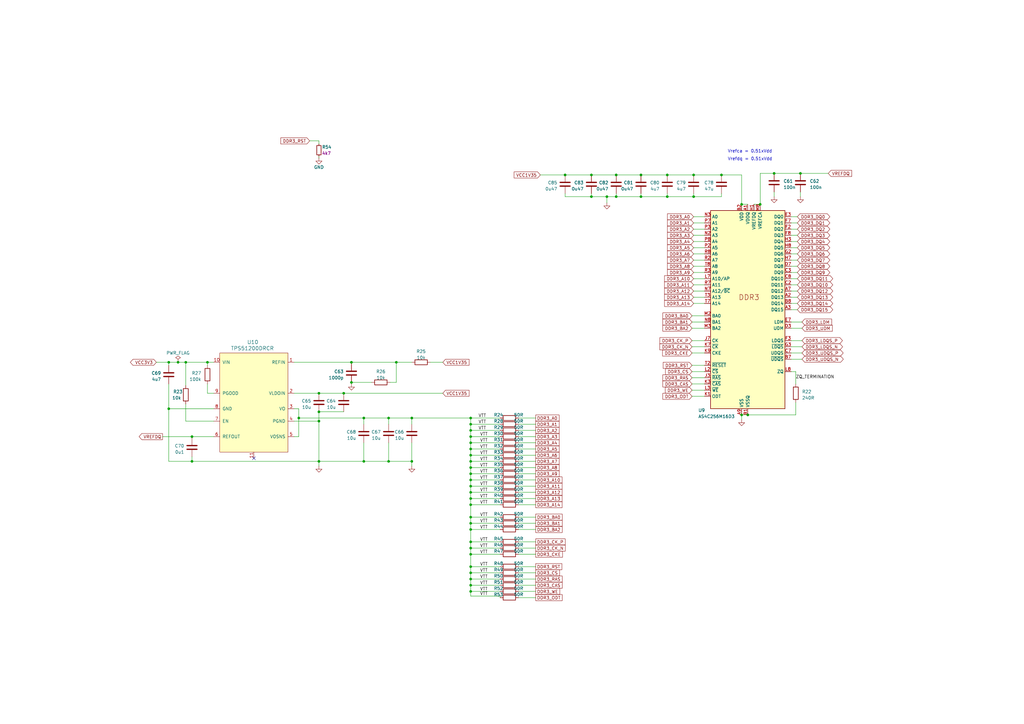
<source format=kicad_sch>
(kicad_sch (version 20230121) (generator eeschema)
  (paper "A3")
  (lib_symbols
    (symbol "Device:C" (pin_numbers hide) (pin_names (offset 0.254))
      (property "Reference" "C" (at 0.635 2.54 0))
      (property "Value" "C" (at 0.635 -2.54 0))
      (symbol "C_0_1"
        (polyline (pts (xy -2.032 -0.762) (xy 2.032 -0.762)) (stroke (width 0.508)))
        (polyline (pts (xy -2.032 0.762) (xy 2.032 0.762)) (stroke (width 0.508)))
      )
      (symbol "C_1_1"
        (pin passive line (at 0 3.81 270) (length 2.794) (name "~") (number "1"))
        (pin passive line (at 0 -3.81 90) (length 2.794) (name "~") (number "2"))
      )
    )
    (symbol "Device:R" (pin_numbers hide) (pin_names (offset 0))
      (property "Reference" "R" (at 2.032 0 90))
      (property "Value" "R" (at 0 0 90))
      (symbol "R_0_1"
        (rectangle (start -1.016 -2.54) (end 1.016 2.54) (stroke (width 0.254)))
      )
      (symbol "R_1_1"
        (pin passive line (at 0 3.81 270) (length 1.27) (name "~") (number "1"))
        (pin passive line (at 0 -3.81 90) (length 1.27) (name "~") (number "2"))
      )
    )
    (symbol "Memory_RAM:AS4C256M16D3"
      (property "Reference" "U" (at -13.97 41.91 0))
      (property "Value" "AS4C256M16D3" (at 13.97 41.91 0))
      (symbol "AS4C256M16D3_0_1"
        (rectangle (start -15.24 -40.64) (end 15.24 40.64) (stroke (width 0.254)) (fill (type background)))
        (pin power_in line (at 0 43.18 270) (length 2.54) (name "VDDQ") (number "A1"))
        (pin passive line (at 0 43.18 270) (length 2.54) hide (name "VDDQ") (number "A8"))
        (pin power_in line (at -2.54 -43.18 90) (length 2.54) (name "VSS") (number "A9"))
        (pin power_in line (at 0 -43.18 90) (length 2.54) (name "VSSQ") (number "B1"))
        (pin power_in line (at -2.54 43.18 270) (length 2.54) (name "VDD") (number "B2"))
        (pin passive line (at -2.54 -43.18 90) (length 2.54) hide (name "VSS") (number "B3"))
        (pin passive line (at 0 -43.18 90) (length 2.54) hide (name "VSSQ") (number "B9"))
        (pin passive line (at 0 43.18 270) (length 2.54) hide (name "VDDQ") (number "C1"))
        (pin passive line (at 0 43.18 270) (length 2.54) hide (name "VDDQ") (number "C9"))
        (pin passive line (at 0 -43.18 90) (length 2.54) hide (name "VSSQ") (number "D1"))
        (pin passive line (at 0 43.18 270) (length 2.54) hide (name "VDDQ") (number "D2"))
        (pin passive line (at 0 -43.18 90) (length 2.54) hide (name "VSSQ") (number "D8"))
        (pin passive line (at -2.54 43.18 270) (length 2.54) hide (name "VDD") (number "D9"))
        (pin passive line (at -2.54 -43.18 90) (length 2.54) hide (name "VSS") (number "E1"))
        (pin passive line (at 0 -43.18 90) (length 2.54) hide (name "VSSQ") (number "E2"))
        (pin bidirectional line (at 17.78 38.1 180) (length 2.54) (name "DQ0") (number "E3"))
        (pin passive line (at 0 -43.18 90) (length 2.54) hide (name "VSSQ") (number "E8"))
        (pin passive line (at 0 43.18 270) (length 2.54) hide (name "VDDQ") (number "E9"))
        (pin passive line (at 0 43.18 270) (length 2.54) hide (name "VDDQ") (number "F1"))
        (pin bidirectional line (at 17.78 33.02 180) (length 2.54) (name "DQ2") (number "F2"))
        (pin bidirectional line (at 17.78 35.56 180) (length 2.54) (name "DQ1") (number "F7"))
        (pin bidirectional line (at 17.78 30.48 180) (length 2.54) (name "DQ3") (number "F8"))
        (pin passive line (at 0 -43.18 90) (length 2.54) hide (name "VSSQ") (number "F9"))
        (pin passive line (at 0 -43.18 90) (length 2.54) hide (name "VSSQ") (number "G1"))
        (pin bidirectional line (at 17.78 22.86 180) (length 2.54) (name "DQ6") (number "G2"))
        (pin passive line (at -2.54 43.18 270) (length 2.54) hide (name "VDD") (number "G7"))
        (pin passive line (at -2.54 -43.18 90) (length 2.54) hide (name "VSS") (number "G8"))
        (pin passive line (at 0 -43.18 90) (length 2.54) hide (name "VSSQ") (number "G9"))
        (pin power_in line (at 2.54 43.18 270) (length 2.54) (name "VREFDQ") (number "H1"))
        (pin passive line (at 0 43.18 270) (length 2.54) hide (name "VDDQ") (number "H2"))
        (pin bidirectional line (at 17.78 27.94 180) (length 2.54) (name "DQ4") (number "H3"))
        (pin bidirectional line (at 17.78 20.32 180) (length 2.54) (name "DQ7") (number "H7"))
        (pin bidirectional line (at 17.78 25.4 180) (length 2.54) (name "DQ5") (number "H8"))
        (pin passive line (at 0 43.18 270) (length 2.54) hide (name "VDDQ") (number "H9"))
        (pin passive line (at -2.54 -43.18 90) (length 2.54) hide (name "VSS") (number "J2"))
        (pin passive line (at -2.54 -43.18 90) (length 2.54) hide (name "VSS") (number "J8"))
        (pin passive line (at -2.54 43.18 270) (length 2.54) hide (name "VDD") (number "K2"))
        (pin passive line (at -2.54 43.18 270) (length 2.54) hide (name "VDD") (number "K8"))
        (pin input line (at -17.78 -25.4 0) (length 2.54) (name "~{CS}") (number "L2"))
        (pin input line (at -17.78 12.7 0) (length 2.54) (name "A10/AP") (number "L7"))
        (pin passive line (at -2.54 -43.18 90) (length 2.54) hide (name "VSS") (number "M1"))
        (pin passive line (at -2.54 -43.18 90) (length 2.54) hide (name "VSS") (number "M9"))
        (pin passive line (at -2.54 43.18 270) (length 2.54) hide (name "VDD") (number "N1"))
        (pin input line (at -17.78 30.48 0) (length 2.54) (name "A3") (number "N2"))
        (pin input line (at -17.78 38.1 0) (length 2.54) (name "A0") (number "N3"))
        (pin input line (at -17.78 7.62 0) (length 2.54) (name "A12/~{BC}") (number "N7"))
        (pin passive line (at -2.54 43.18 270) (length 2.54) hide (name "VDD") (number "N9"))
        (pin passive line (at -2.54 -43.18 90) (length 2.54) hide (name "VSS") (number "P1"))
        (pin input line (at -17.78 25.4 0) (length 2.54) (name "A5") (number "P2"))
        (pin input line (at -17.78 33.02 0) (length 2.54) (name "A2") (number "P3"))
        (pin input line (at -17.78 35.56 0) (length 2.54) (name "A1") (number "P7"))
        (pin input line (at -17.78 27.94 0) (length 2.54) (name "A4") (number "P8"))
        (pin passive line (at -2.54 -43.18 90) (length 2.54) hide (name "VSS") (number "P9"))
        (pin passive line (at -2.54 43.18 270) (length 2.54) hide (name "VDD") (number "R1"))
        (pin input line (at -17.78 20.32 0) (length 2.54) (name "A7") (number "R2"))
        (pin input line (at -17.78 15.24 0) (length 2.54) (name "A9") (number "R3"))
        (pin input line (at -17.78 10.16 0) (length 2.54) (name "A11") (number "R7"))
        (pin input line (at -17.78 22.86 0) (length 2.54) (name "A6") (number "R8"))
        (pin passive line (at -2.54 43.18 270) (length 2.54) hide (name "VDD") (number "R9"))
        (pin passive line (at -2.54 -43.18 90) (length 2.54) hide (name "VSS") (number "T1"))
        (pin input line (at -17.78 -22.86 0) (length 2.54) (name "~{RESET}") (number "T2"))
        (pin input line (at -17.78 5.08 0) (length 2.54) (name "A13") (number "T3"))
        (pin input line (at -17.78 2.54 0) (length 2.54) (name "A14") (number "T7"))
        (pin input line (at -17.78 17.78 0) (length 2.54) (name "A8") (number "T8"))
        (pin passive line (at -2.54 -43.18 90) (length 2.54) hide (name "VSS") (number "T9"))
      )
      (symbol "AS4C256M16D3_1_1"
        (text "DDR3" (at -3.81 3.81 0) (effects (font (size 2.1336 2.1336)) (justify left bottom)))
        (pin bidirectional line (at 17.78 5.08 180) (length 2.54) (name "DQ13") (number "A2"))
        (pin bidirectional line (at 17.78 0 180) (length 2.54) (name "DQ15") (number "A3"))
        (pin bidirectional line (at 17.78 7.62 180) (length 2.54) (name "DQ12") (number "A7"))
        (pin bidirectional line (at 17.78 -20.32 180) (length 2.54) (name "~{UDQS}") (number "B7"))
        (pin bidirectional line (at 17.78 2.54 180) (length 2.54) (name "DQ14") (number "B8"))
        (pin bidirectional line (at 17.78 10.16 180) (length 2.54) (name "DQ11") (number "C2"))
        (pin bidirectional line (at 17.78 15.24 180) (length 2.54) (name "DQ9") (number "C3"))
        (pin bidirectional line (at 17.78 -17.78 180) (length 2.54) (name "UDQS") (number "C7"))
        (pin bidirectional line (at 17.78 12.7 180) (length 2.54) (name "DQ10") (number "C8"))
        (pin input line (at 17.78 -7.62 180) (length 2.54) (name "UDM") (number "D3"))
        (pin bidirectional line (at 17.78 17.78 180) (length 2.54) (name "DQ8") (number "D7"))
        (pin input line (at 17.78 -5.08 180) (length 2.54) (name "LDM") (number "E7"))
        (pin bidirectional line (at 17.78 -12.7 180) (length 2.54) (name "LDQS") (number "F3"))
        (pin bidirectional line (at 17.78 -15.24 180) (length 2.54) (name "~{LDQS}") (number "G3"))
        (pin no_connect line (at 15.24 -27.94 180) (length 2.54) hide (name "NC") (number "J1"))
        (pin input line (at -17.78 -27.94 0) (length 2.54) (name "~{RAS}") (number "J3"))
        (pin input line (at -17.78 -12.7 0) (length 2.54) (name "CK") (number "J7"))
        (pin no_connect line (at 15.24 -30.48 180) (length 2.54) hide (name "NC") (number "J9"))
        (pin input line (at -17.78 -35.56 0) (length 2.54) (name "ODT") (number "K1"))
        (pin input line (at -17.78 -30.48 0) (length 2.54) (name "~{CAS}") (number "K3"))
        (pin input line (at -17.78 -15.24 0) (length 2.54) (name "~{CK}") (number "K7"))
        (pin input line (at -17.78 -17.78 0) (length 2.54) (name "CKE") (number "K9"))
        (pin no_connect line (at 15.24 -33.02 180) (length 2.54) hide (name "NC") (number "L1"))
        (pin input line (at -17.78 -33.02 0) (length 2.54) (name "~{WE}") (number "L3"))
        (pin input line (at 17.78 -25.4 180) (length 2.54) (name "ZQ") (number "L8"))
        (pin no_connect line (at 15.24 -35.56 180) (length 2.54) hide (name "NC") (number "L9"))
        (pin input line (at -17.78 -2.54 0) (length 2.54) (name "BA0") (number "M2"))
        (pin input line (at -17.78 -7.62 0) (length 2.54) (name "BA2") (number "M3"))
        (pin no_connect line (at 15.24 -38.1 180) (length 2.54) hide (name "NC") (number "M7"))
        (pin power_in line (at 5.08 43.18 270) (length 2.54) (name "VREFCA") (number "M8"))
        (pin input line (at -17.78 -5.08 0) (length 2.54) (name "BA1") (number "N8"))
      )
    )
    (symbol "antmicroResistors0402:R_4k7_0402" (pin_numbers hide) (pin_names hide)
      (property "Reference" "R" (at 20.32 -5.08 0))
      (property "Val" "4k7" (at 20.32 -7.62 0))
      (symbol "R_4k7_0402_0_1"
        (rectangle (start 0.635 0.889) (end 4.445 -0.889) (stroke (width 0.254)))
      )
      (symbol "R_4k7_0402_1_1"
        (pin passive line (at 0 0 0) (length 0.635) (name "~") (number "1"))
        (pin passive line (at 5.08 0 180) (length 0.635) (name "~") (number "2"))
      )
    )
    (symbol "antmicropower:GND" (power) (pin_numbers hide) (pin_names hide)
      (property "Value" "GND" (at 8.89 -5.08 0))
      (symbol "GND_1_1"
        (polyline (pts (xy 0 0) (xy 0 -1.27) (xy 1.27 -1.27) (xy 0 -2.54) (xy -1.27 -1.27) (xy 0 -1.27)))
        (pin power_in line (at 0 0 270) (length 0) (name "GND") (number "1"))
      )
    )
    (symbol "dk_PMIC-Voltage-Regulators-Special-Purpose:TPS51200DRCR" (pin_names (offset 1.016))
      (property "Reference" "U10" (at 1.905 12.065 0))
      (property "Value" "TPS51200DRCR" (at -4.445 9.525 0))
      (symbol "TPS51200DRCR_0_1"
        (rectangle (start -10.16 7.62) (end 17.78 -33.02) (fill (type background)))
      )
      (symbol "TPS51200DRCR_1_1"
        (pin input line (at -12.7 3.81 0) (length 2.54) (name "REFIN") (number "1"))
        (pin power_in line (at 20.32 3.81 180) (length 2.54) (name "VIN") (number "10"))
        (pin unspecified line (at 3.81 -35.56 90) (length 2.54) (name "~") (number "11"))
        (pin power_in line (at -12.7 -8.89 0) (length 2.54) (name "VLDOIN") (number "2"))
        (pin output line (at -12.7 -15.24 0) (length 2.54) (name "VO") (number "3"))
        (pin power_in line (at -12.7 -20.32 0) (length 2.54) (name "PGND") (number "4"))
        (pin input line (at -12.7 -26.67 0) (length 2.54) (name "VOSNS") (number "5"))
        (pin output line (at 20.32 -26.67 180) (length 2.54) (name "REFOUT") (number "6"))
        (pin input line (at 20.32 -20.32 180) (length 2.54) (name "EN") (number "7"))
        (pin power_in line (at 20.32 -15.24 180) (length 2.54) (name "GND") (number "8"))
        (pin output line (at 20.32 -8.89 180) (length 2.54) (name "PGOOD") (number "9"))
      )
    )
    (symbol "power:GND" (power) (pin_names (offset 0))
      (property "Value" "GND" (at 0 -3.81 0))
      (symbol "GND_0_1"
        (polyline (pts (xy 0 0) (xy 0 -1.27) (xy 1.27 -1.27) (xy 0 -2.54) (xy -1.27 -1.27) (xy 0 -1.27)))
      )
      (symbol "GND_1_1"
        (pin power_in line (at 0 0 270) (length 0) hide (name "GND") (number "1"))
      )
    )
    (symbol "power:PWR_FLAG" (power) (pin_numbers hide) (pin_names (offset 0) hide)
      (property "Value" "PWR_FLAG" (at 0 3.81 0))
      (symbol "PWR_FLAG_0_0"
        (pin power_out line (at 0 0 90) (length 0) (name "pwr") (number "1"))
      )
      (symbol "PWR_FLAG_0_1"
        (polyline (pts (xy 0 0) (xy 0 1.27) (xy -1.016 1.905) (xy 0 2.54) (xy 1.016 1.905) (xy 0 1.27)))
      )
    )
  )
  (junction (at 193.04 176.53))
  (junction (at 193.04 232.41))
  (junction (at 159.385 189.23))
  (junction (at 193.04 171.45))
  (junction (at 193.04 173.99))
  (junction (at 130.81 161.29))
  (junction (at 193.04 217.17))
  (junction (at 130.81 189.23))
  (junction (at 193.04 214.63))
  (junction (at 78.74 189.23))
  (junction (at 193.04 199.39))
  (junction (at 168.91 171.45))
  (junction (at 242.57 80.645))
  (junction (at 295.91 71.755))
  (junction (at 193.04 191.77))
  (junction (at 328.295 71.12))
  (junction (at 85.09 148.59))
  (junction (at 193.04 242.57))
  (junction (at 140.97 161.29))
  (junction (at 193.04 196.85))
  (junction (at 193.04 234.95))
  (junction (at 306.705 170.18))
  (junction (at 193.04 179.07))
  (junction (at 273.685 80.645))
  (junction (at 159.385 171.45))
  (junction (at 130.81 168.91))
  (junction (at 130.81 172.72))
  (junction (at 193.04 224.79))
  (junction (at 262.89 71.755))
  (junction (at 193.04 204.47))
  (junction (at 317.5 71.12))
  (junction (at 193.04 201.93))
  (junction (at 311.785 83.82))
  (junction (at 284.48 71.755))
  (junction (at 304.165 170.18))
  (junction (at 73.025 148.59))
  (junction (at 262.89 80.645))
  (junction (at 284.48 80.645))
  (junction (at 193.04 222.25))
  (junction (at 193.04 237.49))
  (junction (at 149.225 189.23))
  (junction (at 78.74 179.07))
  (junction (at 149.225 171.45))
  (junction (at 231.775 71.755))
  (junction (at 193.04 227.33))
  (junction (at 273.685 71.755))
  (junction (at 304.165 83.82))
  (junction (at 193.04 207.01))
  (junction (at 193.04 212.09))
  (junction (at 69.215 167.64))
  (junction (at 162.56 148.59))
  (junction (at 144.145 148.59))
  (junction (at 122.555 171.45))
  (junction (at 252.73 80.645))
  (junction (at 69.215 148.59))
  (junction (at 193.04 181.61))
  (junction (at 193.04 186.69))
  (junction (at 248.92 80.645))
  (junction (at 193.04 184.15))
  (junction (at 168.91 189.23))
  (junction (at 252.73 71.755))
  (junction (at 193.04 189.23))
  (junction (at 144.145 156.845))
  (junction (at 242.57 71.755))
  (junction (at 76.2 148.59))
  (junction (at 193.04 194.31))
  (junction (at 193.04 240.03))
  (no_connect (at 104.14 187.96))
  (wire (pts (xy 144.145 157.48) (xy 144.145 156.845)))
  (wire (pts (xy 205.105 191.77) (xy 193.04 191.77)))
  (wire (pts (xy 122.555 179.07) (xy 120.65 179.07)))
  (wire (pts (xy 284.48 124.46) (xy 288.925 124.46)))
  (wire (pts (xy 212.725 176.53) (xy 219.71 176.53)))
  (wire (pts (xy 231.775 71.755) (xy 242.57 71.755)))
  (wire (pts (xy 326.39 152.4) (xy 326.39 157.48)))
  (wire (pts (xy 283.845 162.56) (xy 288.925 162.56)))
  (wire (pts (xy 76.2 148.59) (xy 76.2 158.115)))
  (wire (pts (xy 205.105 176.53) (xy 193.04 176.53)))
  (wire (pts (xy 193.04 234.95) (xy 193.04 237.49)))
  (wire (pts (xy 168.91 189.23) (xy 168.91 191.135)))
  (wire (pts (xy 205.105 240.03) (xy 193.04 240.03)))
  (wire (pts (xy 159.385 171.45) (xy 168.91 171.45)))
  (wire (pts (xy 168.91 189.23) (xy 159.385 189.23)))
  (wire (pts (xy 212.725 245.11) (xy 219.71 245.11)))
  (wire (pts (xy 130.81 64.135) (xy 130.81 64.77)))
  (wire (pts (xy 181.61 148.59) (xy 176.53 148.59)))
  (wire (pts (xy 324.485 139.7) (xy 328.93 139.7)))
  (wire (pts (xy 284.48 114.3) (xy 288.925 114.3)))
  (wire (pts (xy 205.105 186.69) (xy 193.04 186.69)))
  (wire (pts (xy 193.04 194.31) (xy 193.04 196.85)))
  (wire (pts (xy 193.04 244.475) (xy 193.04 242.57)))
  (wire (pts (xy 168.91 171.45) (xy 193.04 171.45)))
  (wire (pts (xy 76.2 148.59) (xy 73.025 148.59)))
  (wire (pts (xy 130.81 189.23) (xy 78.74 189.23)))
  (wire (pts (xy 273.685 80.645) (xy 284.48 80.645)))
  (wire (pts (xy 205.105 237.49) (xy 193.04 237.49)))
  (wire (pts (xy 152.4 156.845) (xy 144.145 156.845)))
  (wire (pts (xy 327.025 127) (xy 324.485 127)))
  (wire (pts (xy 284.48 93.98) (xy 288.925 93.98)))
  (wire (pts (xy 69.215 148.59) (xy 69.215 149.86)))
  (wire (pts (xy 252.73 71.755) (xy 262.89 71.755)))
  (wire (pts (xy 327.025 88.9) (xy 324.485 88.9)))
  (wire (pts (xy 212.725 242.57) (xy 219.71 242.57)))
  (wire (pts (xy 205.105 227.33) (xy 193.04 227.33)))
  (wire (pts (xy 181.61 161.29) (xy 140.97 161.29)))
  (wire (pts (xy 242.57 71.755) (xy 252.73 71.755)))
  (wire (pts (xy 205.105 214.63) (xy 193.04 214.63)))
  (wire (pts (xy 193.04 191.77) (xy 193.04 194.31)))
  (wire (pts (xy 205.105 222.25) (xy 193.04 222.25)))
  (wire (pts (xy 327.025 119.38) (xy 324.485 119.38)))
  (wire (pts (xy 205.105 217.17) (xy 193.04 217.17)))
  (wire (pts (xy 205.105 173.99) (xy 193.04 173.99)))
  (wire (pts (xy 317.5 71.12) (xy 328.295 71.12)))
  (wire (pts (xy 327.025 106.68) (xy 324.485 106.68)))
  (wire (pts (xy 78.74 179.07) (xy 78.74 179.705)))
  (wire (pts (xy 193.04 237.49) (xy 193.04 240.03)))
  (wire (pts (xy 327.025 101.6) (xy 324.485 101.6)))
  (wire (pts (xy 149.225 171.45) (xy 149.225 173.99)))
  (wire (pts (xy 193.04 224.79) (xy 193.04 227.33)))
  (wire (pts (xy 212.725 232.41) (xy 219.71 232.41)))
  (wire (pts (xy 205.105 212.09) (xy 193.04 212.09)))
  (wire (pts (xy 193.04 227.33) (xy 193.04 232.41)))
  (wire (pts (xy 212.725 189.23) (xy 219.71 189.23)))
  (wire (pts (xy 205.105 194.31) (xy 193.04 194.31)))
  (wire (pts (xy 140.97 161.29) (xy 130.81 161.29)))
  (wire (pts (xy 69.215 189.23) (xy 78.74 189.23)))
  (wire (pts (xy 295.91 71.755) (xy 304.165 71.755)))
  (wire (pts (xy 87.63 148.59) (xy 85.09 148.59)))
  (wire (pts (xy 87.63 172.72) (xy 76.2 172.72)))
  (wire (pts (xy 193.04 232.41) (xy 193.04 234.95)))
  (wire (pts (xy 283.845 139.7) (xy 288.925 139.7)))
  (wire (pts (xy 284.48 71.755) (xy 295.91 71.755)))
  (wire (pts (xy 212.725 186.69) (xy 219.71 186.69)))
  (wire (pts (xy 212.725 191.77) (xy 219.71 191.77)))
  (wire (pts (xy 87.63 167.64) (xy 69.215 167.64)))
  (wire (pts (xy 304.165 170.18) (xy 306.705 170.18)))
  (wire (pts (xy 85.09 157.48) (xy 85.09 161.29)))
  (wire (pts (xy 193.04 199.39) (xy 193.04 201.93)))
  (wire (pts (xy 205.105 171.45) (xy 193.04 171.45)))
  (wire (pts (xy 327.025 116.84) (xy 324.485 116.84)))
  (wire (pts (xy 324.485 132.08) (xy 328.93 132.08)))
  (wire (pts (xy 122.555 167.64) (xy 122.555 171.45)))
  (wire (pts (xy 212.725 234.95) (xy 219.71 234.95)))
  (wire (pts (xy 284.48 116.84) (xy 288.925 116.84)))
  (wire (pts (xy 304.165 83.82) (xy 306.705 83.82)))
  (wire (pts (xy 162.56 148.59) (xy 144.145 148.59)))
  (wire (pts (xy 193.04 222.25) (xy 193.04 224.79)))
  (wire (pts (xy 283.845 152.4) (xy 288.925 152.4)))
  (wire (pts (xy 212.725 222.25) (xy 219.71 222.25)))
  (wire (pts (xy 193.04 179.07) (xy 193.04 181.61)))
  (wire (pts (xy 326.39 170.18) (xy 306.705 170.18)))
  (wire (pts (xy 85.09 148.59) (xy 85.09 149.86)))
  (wire (pts (xy 212.725 196.85) (xy 219.71 196.85)))
  (wire (pts (xy 212.725 224.79) (xy 219.71 224.79)))
  (wire (pts (xy 205.105 244.475) (xy 193.04 244.475)))
  (wire (pts (xy 283.845 142.24) (xy 288.925 142.24)))
  (wire (pts (xy 212.725 181.61) (xy 219.71 181.61)))
  (wire (pts (xy 78.74 189.23) (xy 78.74 187.325)))
  (wire (pts (xy 205.105 201.93) (xy 193.04 201.93)))
  (wire (pts (xy 205.105 234.95) (xy 193.04 234.95)))
  (wire (pts (xy 127 57.785) (xy 130.81 57.785)))
  (wire (pts (xy 130.81 189.23) (xy 130.81 191.135)))
  (wire (pts (xy 295.91 79.375) (xy 295.91 80.645)))
  (wire (pts (xy 205.105 224.79) (xy 193.04 224.79)))
  (wire (pts (xy 193.04 173.99) (xy 193.04 176.53)))
  (wire (pts (xy 283.845 132.08) (xy 288.925 132.08)))
  (wire (pts (xy 304.165 71.755) (xy 304.165 83.82)))
  (wire (pts (xy 212.725 207.01) (xy 219.71 207.01)))
  (wire (pts (xy 140.97 168.91) (xy 130.81 168.91)))
  (wire (pts (xy 144.145 148.59) (xy 144.145 149.225)))
  (wire (pts (xy 284.48 109.22) (xy 288.925 109.22)))
  (wire (pts (xy 324.485 147.32) (xy 328.93 147.32)))
  (wire (pts (xy 273.685 79.375) (xy 273.685 80.645)))
  (wire (pts (xy 69.215 157.48) (xy 69.215 167.64)))
  (wire (pts (xy 327.025 99.06) (xy 324.485 99.06)))
  (wire (pts (xy 212.725 212.09) (xy 219.71 212.09)))
  (wire (pts (xy 122.555 171.45) (xy 122.555 179.07)))
  (wire (pts (xy 160.02 156.845) (xy 162.56 156.845)))
  (wire (pts (xy 212.725 217.17) (xy 219.71 217.17)))
  (wire (pts (xy 284.48 79.375) (xy 284.48 80.645)))
  (wire (pts (xy 252.73 79.375) (xy 252.73 80.645)))
  (wire (pts (xy 324.485 134.62) (xy 328.93 134.62)))
  (wire (pts (xy 193.04 214.63) (xy 193.04 217.17)))
  (wire (pts (xy 205.105 244.475) (xy 205.105 245.11)))
  (wire (pts (xy 311.785 71.12) (xy 311.785 83.82)))
  (wire (pts (xy 85.09 148.59) (xy 76.2 148.59)))
  (wire (pts (xy 168.91 148.59) (xy 162.56 148.59)))
  (wire (pts (xy 193.04 240.03) (xy 193.04 242.57)))
  (wire (pts (xy 327.025 109.22) (xy 324.485 109.22)))
  (wire (pts (xy 327.025 96.52) (xy 324.485 96.52)))
  (wire (pts (xy 326.39 165.1) (xy 326.39 170.18)))
  (wire (pts (xy 212.725 194.31) (xy 219.71 194.31)))
  (wire (pts (xy 130.81 57.785) (xy 130.81 59.055)))
  (wire (pts (xy 73.025 148.59) (xy 69.215 148.59)))
  (wire (pts (xy 309.245 83.82) (xy 311.785 83.82)))
  (wire (pts (xy 304.165 172.085) (xy 304.165 170.18)))
  (wire (pts (xy 283.845 157.48) (xy 288.925 157.48)))
  (wire (pts (xy 327.025 114.3) (xy 324.485 114.3)))
  (wire (pts (xy 205.105 179.07) (xy 193.04 179.07)))
  (wire (pts (xy 252.73 80.645) (xy 248.92 80.645)))
  (wire (pts (xy 284.48 99.06) (xy 288.925 99.06)))
  (wire (pts (xy 262.89 71.755) (xy 273.685 71.755)))
  (wire (pts (xy 69.215 148.59) (xy 64.135 148.59)))
  (wire (pts (xy 149.225 171.45) (xy 159.385 171.45)))
  (wire (pts (xy 327.025 111.76) (xy 324.485 111.76)))
  (wire (pts (xy 284.48 91.44) (xy 288.925 91.44)))
  (wire (pts (xy 168.91 171.45) (xy 168.91 173.99)))
  (wire (pts (xy 327.025 124.46) (xy 324.485 124.46)))
  (wire (pts (xy 284.48 121.92) (xy 288.925 121.92)))
  (wire (pts (xy 212.725 204.47) (xy 219.71 204.47)))
  (wire (pts (xy 327.025 91.44) (xy 324.485 91.44)))
  (wire (pts (xy 193.04 181.61) (xy 193.04 184.15)))
  (wire (pts (xy 122.555 171.45) (xy 149.225 171.45)))
  (wire (pts (xy 205.105 207.01) (xy 193.04 207.01)))
  (wire (pts (xy 284.48 111.76) (xy 288.925 111.76)))
  (wire (pts (xy 283.845 129.54) (xy 288.925 129.54)))
  (wire (pts (xy 248.92 80.645) (xy 248.92 83.185)))
  (wire (pts (xy 212.725 184.15) (xy 219.71 184.15)))
  (wire (pts (xy 193.04 217.17) (xy 193.04 222.25)))
  (wire (pts (xy 317.5 78.74) (xy 317.5 80.645)))
  (wire (pts (xy 324.485 144.78) (xy 328.93 144.78)))
  (wire (pts (xy 284.48 88.9) (xy 288.925 88.9)))
  (wire (pts (xy 159.385 171.45) (xy 159.385 173.99)))
  (wire (pts (xy 69.215 167.64) (xy 69.215 189.23)))
  (wire (pts (xy 242.57 79.375) (xy 242.57 80.645)))
  (wire (pts (xy 231.775 80.645) (xy 242.57 80.645)))
  (wire (pts (xy 327.025 93.98) (xy 324.485 93.98)))
  (wire (pts (xy 212.725 201.93) (xy 219.71 201.93)))
  (wire (pts (xy 193.04 189.23) (xy 193.04 191.77)))
  (wire (pts (xy 212.725 240.03) (xy 219.71 240.03)))
  (wire (pts (xy 205.105 181.61) (xy 193.04 181.61)))
  (wire (pts (xy 130.81 161.29) (xy 120.65 161.29)))
  (wire (pts (xy 324.485 152.4) (xy 326.39 152.4)))
  (wire (pts (xy 193.04 171.45) (xy 193.04 173.99)))
  (wire (pts (xy 193.04 196.85) (xy 193.04 199.39)))
  (wire (pts (xy 205.105 184.15) (xy 193.04 184.15)))
  (wire (pts (xy 212.725 173.99) (xy 219.71 173.99)))
  (wire (pts (xy 78.74 179.07) (xy 66.675 179.07)))
  (wire (pts (xy 283.845 144.78) (xy 288.925 144.78)))
  (wire (pts (xy 159.385 189.23) (xy 149.225 189.23)))
  (wire (pts (xy 212.725 227.33) (xy 219.71 227.33)))
  (wire (pts (xy 221.615 71.755) (xy 231.775 71.755)))
  (wire (pts (xy 284.48 96.52) (xy 288.925 96.52)))
  (wire (pts (xy 130.81 172.72) (xy 130.81 189.23)))
  (wire (pts (xy 284.48 106.68) (xy 288.925 106.68)))
  (wire (pts (xy 311.785 71.12) (xy 317.5 71.12)))
  (wire (pts (xy 212.725 214.63) (xy 219.71 214.63)))
  (wire (pts (xy 76.2 172.72) (xy 76.2 165.735)))
  (wire (pts (xy 284.48 80.645) (xy 295.91 80.645)))
  (wire (pts (xy 149.225 181.61) (xy 149.225 189.23)))
  (wire (pts (xy 144.145 148.59) (xy 120.65 148.59)))
  (wire (pts (xy 85.09 161.29) (xy 87.63 161.29)))
  (wire (pts (xy 252.73 80.645) (xy 262.89 80.645)))
  (wire (pts (xy 262.89 79.375) (xy 262.89 80.645)))
  (wire (pts (xy 273.685 71.755) (xy 284.48 71.755)))
  (wire (pts (xy 193.04 204.47) (xy 193.04 207.01)))
  (wire (pts (xy 231.775 79.375) (xy 231.775 80.645)))
  (wire (pts (xy 193.04 201.93) (xy 193.04 204.47)))
  (wire (pts (xy 324.485 142.24) (xy 328.93 142.24)))
  (wire (pts (xy 87.63 179.07) (xy 78.74 179.07)))
  (wire (pts (xy 212.725 179.07) (xy 219.71 179.07)))
  (wire (pts (xy 162.56 148.59) (xy 162.56 156.845)))
  (wire (pts (xy 130.81 168.91) (xy 130.81 172.72)))
  (wire (pts (xy 168.91 181.61) (xy 168.91 189.23)))
  (wire (pts (xy 284.48 119.38) (xy 288.925 119.38)))
  (wire (pts (xy 193.04 186.69) (xy 193.04 189.23)))
  (wire (pts (xy 327.025 104.14) (xy 324.485 104.14)))
  (wire (pts (xy 205.105 196.85) (xy 193.04 196.85)))
  (wire (pts (xy 212.725 171.45) (xy 219.71 171.45)))
  (wire (pts (xy 130.81 172.72) (xy 120.65 172.72)))
  (wire (pts (xy 149.225 189.23) (xy 130.81 189.23)))
  (wire (pts (xy 120.65 167.64) (xy 122.555 167.64)))
  (wire (pts (xy 193.04 207.01) (xy 193.04 212.09)))
  (wire (pts (xy 205.105 242.57) (xy 193.04 242.57)))
  (wire (pts (xy 205.105 199.39) (xy 193.04 199.39)))
  (wire (pts (xy 205.105 189.23) (xy 193.04 189.23)))
  (wire (pts (xy 193.04 176.53) (xy 193.04 179.07)))
  (wire (pts (xy 327.025 121.92) (xy 324.485 121.92)))
  (wire (pts (xy 193.04 212.09) (xy 193.04 214.63)))
  (wire (pts (xy 193.04 184.15) (xy 193.04 186.69)))
  (wire (pts (xy 212.725 237.49) (xy 219.71 237.49)))
  (wire (pts (xy 284.48 101.6) (xy 288.925 101.6)))
  (wire (pts (xy 205.105 204.47) (xy 193.04 204.47)))
  (wire (pts (xy 283.845 149.86) (xy 288.925 149.86)))
  (wire (pts (xy 283.845 154.94) (xy 288.925 154.94)))
  (wire (pts (xy 283.845 160.02) (xy 288.925 160.02)))
  (wire (pts (xy 284.48 104.14) (xy 288.925 104.14)))
  (wire (pts (xy 159.385 181.61) (xy 159.385 189.23)))
  (wire (pts (xy 212.725 199.39) (xy 219.71 199.39)))
  (wire (pts (xy 242.57 80.645) (xy 248.92 80.645)))
  (wire (pts (xy 283.845 134.62) (xy 288.925 134.62)))
  (wire (pts (xy 328.295 78.74) (xy 328.295 80.645)))
  (wire (pts (xy 328.295 71.12) (xy 339.725 71.12)))
  (wire (pts (xy 205.105 232.41) (xy 193.04 232.41)))
  (wire (pts (xy 262.89 80.645) (xy 273.685 80.645)))
  (text "Vrefdq = 0.51xVdd\n" (at 298.45 66.04 0) (effects (font (size 1.27 1.27)) (justify left bottom)))
  (text "Vrefca = 0.51xVdd\n" (at 298.45 62.865 0) (effects (font (size 1.27 1.27)) (justify left bottom)))
  (label "VTT" (at 196.85 222.25 0))
  (label "VTT" (at 196.85 214.63 0))
  (label "VTT" (at 196.85 212.09 0))
  (label "VTT" (at 196.85 227.33 0))
  (label "VTT" (at 196.85 217.17 0))
  (label "VTT" (at 196.85 240.03 0))
  (label "VTT" (at 196.85 204.47 0))
  (label "VTT" (at 196.85 179.07 0))
  (label "VTT" (at 196.85 224.79 0))
  (label "ZQ_TERMINATION" (at 326.39 155.575 0))
  (label "VTT" (at 196.215 171.45 0))
  (label "VTT" (at 196.85 201.93 0))
  (label "VTT" (at 196.85 234.95 0))
  (label "VTT" (at 196.85 237.49 0))
  (label "VTT" (at 196.85 186.69 0))
  (label "VTT" (at 196.215 176.53 0))
  (label "VTT" (at 196.85 189.23 0))
  (label "VTT" (at 196.85 242.57 0))
  (label "VTT" (at 196.85 194.31 0))
  (label "VTT" (at 196.85 196.85 0))
  (label "VTT" (at 196.85 181.61 0))
  (label "VTT" (at 196.85 191.77 0))
  (label "VTT" (at 196.85 199.39 0))
  (label "VTT" (at 196.85 207.01 0))
  (label "VTT" (at 196.85 244.475 0))
  (label "VTT" (at 196.85 184.15 0))
  (label "VTT" (at 196.85 232.41 0))
  (label "VTT" (at 196.215 173.99 0))
  (global_label "DDR3_CKE" (shape passive) (at 219.71 227.33 0) (property "Intersheetrefs" "${INTERSHEET_REFS}" (effects hide)))
  (global_label "VREFDQ" (shape input) (at 339.725 71.12 0) (property "Intersheetrefs" "${INTERSHEET_REFS}" (effects hide)))
  (global_label "DDR3_A13" (shape input) (at 284.48 121.92 180) (property "Intersheetrefs" "${INTERSHEET_REFS}" (effects hide)))
  (global_label "DDR3_A6" (shape passive) (at 219.71 186.69 0) (property "Intersheetrefs" "${INTERSHEET_REFS}" (effects hide)))
  (global_label "DDR3_DQ11" (shape bidirectional) (at 327.025 114.3 0) (property "Intersheetrefs" "${INTERSHEET_REFS}" (effects hide)))
  (global_label "DDR3_DQ3" (shape bidirectional) (at 327.025 96.52 0) (property "Intersheetrefs" "${INTERSHEET_REFS}" (effects hide)))
  (global_label "VREFDQ" (shape output) (at 66.675 179.07 180) (property "Intersheetrefs" "${INTERSHEET_REFS}" (effects hide)))
  (global_label "DDR3_A11" (shape passive) (at 219.71 199.39 0) (property "Intersheetrefs" "${INTERSHEET_REFS}" (effects hide)))
  (global_label "DDR3_ODT" (shape input) (at 283.845 162.56 180) (property "Intersheetrefs" "${INTERSHEET_REFS}" (effects hide)))
  (global_label "DDR3_BA2" (shape passive) (at 219.71 217.17 0) (property "Intersheetrefs" "${INTERSHEET_REFS}" (effects hide)))
  (global_label "DDR3_LDM" (shape input) (at 328.93 132.08 0) (property "Intersheetrefs" "${INTERSHEET_REFS}" (effects hide)))
  (global_label "DDR3_LDQS_N" (shape bidirectional) (at 328.93 142.24 0) (property "Intersheetrefs" "${INTERSHEET_REFS}" (effects hide)))
  (global_label "DDR3_A14" (shape passive) (at 219.71 207.01 0) (property "Intersheetrefs" "${INTERSHEET_REFS}" (effects hide)))
  (global_label "DDR3_A4" (shape input) (at 284.48 99.06 180) (property "Intersheetrefs" "${INTERSHEET_REFS}" (effects hide)))
  (global_label "DDR3_BA0" (shape passive) (at 219.71 212.09 0) (property "Intersheetrefs" "${INTERSHEET_REFS}" (effects hide)))
  (global_label "VCC1V35" (shape input) (at 181.61 148.59 0) (property "Intersheetrefs" "${INTERSHEET_REFS}" (effects hide)))
  (global_label "DDR3_UDQS_P" (shape bidirectional) (at 328.93 144.78 0) (property "Intersheetrefs" "${INTERSHEET_REFS}" (effects hide)))
  (global_label "DDR3_CAS" (shape passive) (at 219.71 240.03 0) (property "Intersheetrefs" "${INTERSHEET_REFS}" (effects hide)))
  (global_label "DDR3_CS" (shape input) (at 283.845 152.4 180) (property "Intersheetrefs" "${INTERSHEET_REFS}" (effects hide)))
  (global_label "DDR3_A9" (shape input) (at 284.48 111.76 180) (property "Intersheetrefs" "${INTERSHEET_REFS}" (effects hide)))
  (global_label "DDR3_DQ9" (shape bidirectional) (at 327.025 111.76 0) (property "Intersheetrefs" "${INTERSHEET_REFS}" (effects hide)))
  (global_label "DDR3_A7" (shape passive) (at 219.71 189.23 0) (property "Intersheetrefs" "${INTERSHEET_REFS}" (effects hide)))
  (global_label "DDR3_BA1" (shape input) (at 283.845 132.08 180) (property "Intersheetrefs" "${INTERSHEET_REFS}" (effects hide)))
  (global_label "DDR3_A12" (shape passive) (at 219.71 201.93 0) (property "Intersheetrefs" "${INTERSHEET_REFS}" (effects hide)))
  (global_label "DDR3_A5" (shape passive) (at 219.71 184.15 0) (property "Intersheetrefs" "${INTERSHEET_REFS}" (effects hide)))
  (global_label "DDR3_A3" (shape input) (at 284.48 96.52 180) (property "Intersheetrefs" "${INTERSHEET_REFS}" (effects hide)))
  (global_label "DDR3_A13" (shape passive) (at 219.71 204.47 0) (property "Intersheetrefs" "${INTERSHEET_REFS}" (effects hide)))
  (global_label "DDR3_A10" (shape input) (at 284.48 114.3 180) (property "Intersheetrefs" "${INTERSHEET_REFS}" (effects hide)))
  (global_label "VCC1V35" (shape input) (at 181.61 161.29 0) (property "Intersheetrefs" "${INTERSHEET_REFS}" (effects hide)))
  (global_label "DDR3_DQ7" (shape bidirectional) (at 327.025 106.68 0) (property "Intersheetrefs" "${INTERSHEET_REFS}" (effects hide)))
  (global_label "DDR3_A4" (shape passive) (at 219.71 181.61 0) (property "Intersheetrefs" "${INTERSHEET_REFS}" (effects hide)))
  (global_label "DDR3_RAS" (shape input) (at 283.845 154.94 180) (property "Intersheetrefs" "${INTERSHEET_REFS}" (effects hide)))
  (global_label "DDR3_ODT" (shape passive) (at 219.71 245.11 0) (property "Intersheetrefs" "${INTERSHEET_REFS}" (effects hide)))
  (global_label "DDR3_A12" (shape input) (at 284.48 119.38 180) (property "Intersheetrefs" "${INTERSHEET_REFS}" (effects hide)))
  (global_label "DDR3_CK_P" (shape passive) (at 219.71 222.25 0) (property "Intersheetrefs" "${INTERSHEET_REFS}" (effects hide)))
  (global_label "DDR3_CK_N" (shape input) (at 283.845 142.24 180) (property "Intersheetrefs" "${INTERSHEET_REFS}" (effects hide)))
  (global_label "DDR3_DQ8" (shape bidirectional) (at 327.025 109.22 0) (property "Intersheetrefs" "${INTERSHEET_REFS}" (effects hide)))
  (global_label "DDR3_RST" (shape input) (at 283.845 149.86 180) (property "Intersheetrefs" "${INTERSHEET_REFS}" (effects hide)))
  (global_label "VCC1V35" (shape input) (at 221.615 71.755 180) (property "Intersheetrefs" "${INTERSHEET_REFS}" (effects hide)))
  (global_label "DDR3_DQ0" (shape bidirectional) (at 327.025 88.9 0) (property "Intersheetrefs" "${INTERSHEET_REFS}" (effects hide)))
  (global_label "DDR3_UDM" (shape input) (at 328.93 134.62 0) (property "Intersheetrefs" "${INTERSHEET_REFS}" (effects hide)))
  (global_label "DDR3_WE" (shape passive) (at 219.71 242.57 0) (property "Intersheetrefs" "${INTERSHEET_REFS}" (effects hide)))
  (global_label "DDR3_BA0" (shape input) (at 283.845 129.54 180) (property "Intersheetrefs" "${INTERSHEET_REFS}" (effects hide)))
  (global_label "DDR3_DQ5" (shape bidirectional) (at 327.025 101.6 0) (property "Intersheetrefs" "${INTERSHEET_REFS}" (effects hide)))
  (global_label "DDR3_A2" (shape passive) (at 219.71 176.53 0) (property "Intersheetrefs" "${INTERSHEET_REFS}" (effects hide)))
  (global_label "DDR3_A8" (shape input) (at 284.48 109.22 180) (property "Intersheetrefs" "${INTERSHEET_REFS}" (effects hide)))
  (global_label "DDR3_BA1" (shape passive) (at 219.71 214.63 0) (property "Intersheetrefs" "${INTERSHEET_REFS}" (effects hide)))
  (global_label "DDR3_UDQS_N" (shape bidirectional) (at 328.93 147.32 0) (property "Intersheetrefs" "${INTERSHEET_REFS}" (effects hide)))
  (global_label "DDR3_A0" (shape input) (at 284.48 88.9 180) (property "Intersheetrefs" "${INTERSHEET_REFS}" (effects hide)))
  (global_label "DDR3_LDQS_P" (shape bidirectional) (at 328.93 139.7 0) (property "Intersheetrefs" "${INTERSHEET_REFS}" (effects hide)))
  (global_label "DDR3_A14" (shape input) (at 284.48 124.46 180) (property "Intersheetrefs" "${INTERSHEET_REFS}" (effects hide)))
  (global_label "DDR3_RST" (shape input) (at 127 57.785 180) (property "Intersheetrefs" "${INTERSHEET_REFS}" (effects hide)))
  (global_label "DDR3_DQ2" (shape bidirectional) (at 327.025 93.98 0) (property "Intersheetrefs" "${INTERSHEET_REFS}" (effects hide)))
  (global_label "DDR3_A11" (shape input) (at 284.48 116.84 180) (property "Intersheetrefs" "${INTERSHEET_REFS}" (effects hide)))
  (global_label "DDR3_A1" (shape passive) (at 219.71 173.99 0) (property "Intersheetrefs" "${INTERSHEET_REFS}" (effects hide)))
  (global_label "DDR3_CK_P" (shape input) (at 283.845 139.7 180) (property "Intersheetrefs" "${INTERSHEET_REFS}" (effects hide)))
  (global_label "DDR3_A1" (shape input) (at 284.48 91.44 180) (property "Intersheetrefs" "${INTERSHEET_REFS}" (effects hide)))
  (global_label "DDR3_DQ12" (shape bidirectional) (at 327.025 119.38 0) (property "Intersheetrefs" "${INTERSHEET_REFS}" (effects hide)))
  (global_label "DDR3_DQ6" (shape bidirectional) (at 327.025 104.14 0) (property "Intersheetrefs" "${INTERSHEET_REFS}" (effects hide)))
  (global_label "DDR3_DQ1" (shape bidirectional) (at 327.025 91.44 0) (property "Intersheetrefs" "${INTERSHEET_REFS}" (effects hide)))
  (global_label "DDR3_BA2" (shape input) (at 283.845 134.62 180) (property "Intersheetrefs" "${INTERSHEET_REFS}" (effects hide)))
  (global_label "DDR3_DQ13" (shape bidirectional) (at 327.025 121.92 0) (property "Intersheetrefs" "${INTERSHEET_REFS}" (effects hide)))
  (global_label "DDR3_A0" (shape passive) (at 219.71 171.45 0) (property "Intersheetrefs" "${INTERSHEET_REFS}" (effects hide)))
  (global_label "DDR3_A3" (shape passive) (at 219.71 179.07 0) (property "Intersheetrefs" "${INTERSHEET_REFS}" (effects hide)))
  (global_label "DDR3_CKE" (shape input) (at 283.845 144.78 180) (property "Intersheetrefs" "${INTERSHEET_REFS}" (effects hide)))
  (global_label "DDR3_DQ15" (shape bidirectional) (at 327.025 127 0) (property "Intersheetrefs" "${INTERSHEET_REFS}" (effects hide)))
  (global_label "DDR3_CS" (shape passive) (at 219.71 234.95 0) (property "Intersheetrefs" "${INTERSHEET_REFS}" (effects hide)))
  (global_label "DDR3_A8" (shape passive) (at 219.71 191.77 0) (property "Intersheetrefs" "${INTERSHEET_REFS}" (effects hide)))
  (global_label "DDR3_RST" (shape passive) (at 219.71 232.41 0) (property "Intersheetrefs" "${INTERSHEET_REFS}" (effects hide)))
  (global_label "DDR3_DQ10" (shape bidirectional) (at 327.025 116.84 0) (property "Intersheetrefs" "${INTERSHEET_REFS}" (effects hide)))
  (global_label "DDR3_CK_N" (shape passive) (at 219.71 224.79 0) (property "Intersheetrefs" "${INTERSHEET_REFS}" (effects hide)))
  (global_label "DDR3_DQ4" (shape bidirectional) (at 327.025 99.06 0) (property "Intersheetrefs" "${INTERSHEET_REFS}" (effects hide)))
  (global_label "DDR3_CAS" (shape input) (at 283.845 157.48 180) (property "Intersheetrefs" "${INTERSHEET_REFS}" (effects hide)))
  (global_label "DDR3_A5" (shape input) (at 284.48 101.6 180) (property "Intersheetrefs" "${INTERSHEET_REFS}" (effects hide)))
  (global_label "VCC3V3" (shape bidirectional) (at 64.135 148.59 180) (property "Intersheetrefs" "${INTERSHEET_REFS}" (effects hide)))
  (global_label "DDR3_WE" (shape input) (at 283.845 160.02 180) (property "Intersheetrefs" "${INTERSHEET_REFS}" (effects hide)))
  (global_label "DDR3_RAS" (shape passive) (at 219.71 237.49 0) (property "Intersheetrefs" "${INTERSHEET_REFS}" (effects hide)))
  (global_label "DDR3_DQ14" (shape bidirectional) (at 327.025 124.46 0) (property "Intersheetrefs" "${INTERSHEET_REFS}" (effects hide)))
  (global_label "DDR3_A2" (shape input) (at 284.48 93.98 180) (property "Intersheetrefs" "${INTERSHEET_REFS}" (effects hide)))
  (global_label "DDR3_A10" (shape passive) (at 219.71 196.85 0) (property "Intersheetrefs" "${INTERSHEET_REFS}" (effects hide)))
  (global_label "DDR3_A7" (shape input) (at 284.48 106.68 180) (property "Intersheetrefs" "${INTERSHEET_REFS}" (effects hide)))
  (global_label "DDR3_A6" (shape input) (at 284.48 104.14 180) (property "Intersheetrefs" "${INTERSHEET_REFS}" (effects hide)))
  (global_label "DDR3_A9" (shape passive) (at 219.71 194.31 0) (property "Intersheetrefs" "${INTERSHEET_REFS}" (effects hide)))
  (symbol (lib_id "power:GND") (at 248.92 83.185 0) (unit 1)
    (property "Reference" "#PWR042" (effects hide))
    (property "Value" "GND" (effects hide))
  )
  (symbol (lib_id "Device:R") (at 208.915 237.49 90) (unit 1)
    (property "Reference" "R50" (at 204.47 236.22 90))
    (property "Value" "50R" (at 212.725 236.22 90))
    (property "Footprint" "RN73R1ETTP50R0F50:RESC1005X40N" (effects hide))
  )
  (symbol (lib_id "antmicropower:GND") (at 130.81 64.77 0) (unit 1)
    (property "Reference" "#PWR041" (effects hide))
    (property "Value" "GND" (at 130.81 68.58 0))
    (property "Author" "Antmicro" (effects hide))
    (property "License" "Apache-2.0" (effects hide))
    (instances (project "FPGA_dev_board" (path "" (reference "#PWR041") (unit 1))) (project "artix-dc-scm" (path "" (reference "#PWR0118") (unit 1))))
  )
  (symbol (lib_id "power:GND") (at 317.5 80.645 0) (unit 1)
    (property "Reference" "#PWR044" (effects hide))
    (property "Value" "GND" (effects hide))
  )
  (symbol (lib_id "power:GND") (at 144.145 157.48 0) (mirror y) (unit 1)
    (property "Reference" "#PWR048" (effects hide))
    (property "Value" "GND" (effects hide))
  )
  (symbol (lib_id "Device:R") (at 208.915 181.61 90) (unit 1)
    (property "Reference" "R31" (at 204.47 180.34 90))
    (property "Value" "50R" (at 212.725 180.34 90))
    (property "Footprint" "RN73R1ETTP50R0F50:RESC1005X40N" (effects hide))
  )
  (symbol (lib_id "Device:R") (at 208.915 173.99 90) (unit 1)
    (property "Reference" "R28" (at 204.47 172.72 90))
    (property "Value" "50R" (at 212.725 172.72 90))
    (property "Footprint" "RN73R1ETTP50R0F50:RESC1005X40N" (effects hide))
  )
  (symbol (lib_id "power:GND") (at 304.165 172.085 0) (unit 1)
    (property "Reference" "#PWR040" (effects hide))
    (property "Value" "GND" (effects hide))
  )
  (symbol (lib_id "Device:R") (at 326.39 161.29 0) (unit 1)
    (property "Reference" "R22" (at 328.93 160.655 0) (effects (justify left)))
    (property "Value" "240R" (at 328.93 163.195 0) (effects (justify left)))
    (property "Footprint" "ERA2AEB241X:RES_ERA2AEB241X" (effects hide))
  )
  (symbol (lib_id "Device:R") (at 208.915 179.07 90) (unit 1)
    (property "Reference" "R30" (at 204.47 177.8 90))
    (property "Value" "50R" (at 212.725 177.8 90))
    (property "Footprint" "RN73R1ETTP50R0F50:RESC1005X40N" (effects hide))
  )
  (symbol (lib_id "Device:R") (at 208.915 171.45 90) (unit 1)
    (property "Reference" "R24" (at 204.47 170.18 90))
    (property "Value" "50R" (at 212.725 170.18 90))
    (property "Footprint" "RN73R1ETTP50R0F50:RESC1005X40N" (effects hide))
  )
  (symbol (lib_id "Device:R") (at 76.2 161.925 0) (mirror y) (unit 1)
    (property "Reference" "R23" (at 74.93 160.655 0) (effects (justify left)))
    (property "Value" "10k" (at 74.295 163.195 0) (effects (justify left)))
    (property "Footprint" "CR0402-FX-1002GLF:RESC1005X40N" (effects hide))
  )
  (symbol (lib_id "Device:R") (at 208.915 199.39 90) (unit 1)
    (property "Reference" "R38" (at 204.47 198.12 90))
    (property "Value" "50R" (at 212.725 198.12 90))
    (property "Footprint" "RN73R1ETTP50R0F50:RESC1005X40N" (effects hide))
  )
  (symbol (lib_id "Device:R") (at 208.915 234.95 90) (unit 1)
    (property "Reference" "R49" (at 204.47 233.68 90))
    (property "Value" "50R" (at 212.725 233.68 90))
    (property "Footprint" "RN73R1ETTP50R0F50:RESC1005X40N" (effects hide))
  )
  (symbol (lib_id "Device:R") (at 208.915 189.23 90) (unit 1)
    (property "Reference" "R34" (at 204.47 187.96 90))
    (property "Value" "50R" (at 212.725 187.96 90))
    (property "Footprint" "RN73R1ETTP50R0F50:RESC1005X40N" (effects hide))
  )
  (symbol (lib_id "Device:R") (at 208.915 194.31 90) (unit 1)
    (property "Reference" "R36" (at 204.47 193.04 90))
    (property "Value" "50R" (at 212.725 193.04 90))
    (property "Footprint" "RN73R1ETTP50R0F50:RESC1005X40N" (effects hide))
  )
  (symbol (lib_id "Device:R") (at 208.915 186.69 90) (unit 1)
    (property "Reference" "R33" (at 204.47 185.42 90))
    (property "Value" "50R" (at 212.725 185.42 90))
    (property "Footprint" "RN73R1ETTP50R0F50:RESC1005X40N" (effects hide))
  )
  (symbol (lib_id "Device:C") (at 328.295 74.93 0) (unit 1)
    (property "Reference" "C62" (at 332.105 74.295 0) (effects (justify left)))
    (property "Value" "100n" (at 332.105 76.835 0) (effects (justify left)))
    (property "Footprint" "GRM155R71C104KA88J:G-155_MUR" (effects hide))
  )
  (symbol (lib_id "Device:R") (at 208.915 214.63 90) (unit 1)
    (property "Reference" "R43" (at 204.47 213.36 90))
    (property "Value" "50R" (at 212.725 213.36 90))
    (property "Footprint" "RN73R1ETTP50R0F50:RESC1005X40N" (effects hide))
  )
  (symbol (lib_id "Memory_RAM:AS4C256M16D3") (at 306.705 127 0) (unit 1)
    (property "Reference" "U9" (at 286.385 168.275 0) (effects (justify left)))
    (property "Value" "AS4C256M16D3" (at 286.385 170.815 0) (effects (justify left)))
    (property "Footprint" "Package_BGA:BGA-96_9.0x13.0mm_Layout2x3x16_P0.8mm" (effects hide))
    (property "Datasheet" "https://www.alliancememory.com/wp-content/uploads/pdf/ddr3/4GB-AS4C256M16D3.pdf" (effects hide))
  )
  (symbol (lib_id "Device:C") (at 242.57 75.565 0) (mirror x) (unit 1)
    (property "Reference" "C83" (at 239.395 74.93 0) (effects (justify right)))
    (property "Value" "0u47" (at 239.395 77.47 0) (effects (justify right)))
    (property "Footprint" "GRM155R60J474KE19D:CAPC1005X55N" (effects hide))
    (instances (project "FPGA_dev_board" (path "" (reference "C83") (unit 1)) (path "" (reference "C86") (unit 1))))
  )
  (symbol (lib_id "Device:C") (at 252.73 75.565 0) (mirror x) (unit 1)
    (property "Reference" "C82" (at 249.555 74.93 0) (effects (justify right)))
    (property "Value" "0u47" (at 249.555 77.47 0) (effects (justify right)))
    (property "Footprint" "GRM155R60J474KE19D:CAPC1005X55N" (effects hide))
    (instances (project "FPGA_dev_board" (path "" (reference "C82") (unit 1)) (path "" (reference "C87") (unit 1))))
  )
  (symbol (lib_id "Device:C") (at 273.685 75.565 0) (mirror x) (unit 1)
    (property "Reference" "C80" (at 270.51 74.93 0) (effects (justify right)))
    (property "Value" "4u7" (at 270.51 77.47 0) (effects (justify right)))
    (property "Footprint" "GRM21BR71A475KE51L:CAPC2012X140N" (effects hide))
    (instances (project "FPGA_dev_board" (path "" (reference "C80") (unit 1)) (path "" (reference "C89") (unit 1))))
  )
  (symbol (lib_id "Device:R") (at 172.72 148.59 270) (mirror x) (unit 1)
    (property "Reference" "R25" (at 172.72 144.145 90))
    (property "Value" "10k" (at 172.72 146.685 90))
    (property "Footprint" "CR0402-FX-1002GLF:RESC1005X40N" (effects hide))
  )
  (symbol (lib_id "power:PWR_FLAG") (at 73.025 148.59 0) (unit 1)
    (property "Reference" "#FLG015" (effects hide))
    (property "Value" "PWR_FLAG" (at 73.025 144.78 0))
  )
  (symbol (lib_id "Device:R") (at 208.915 196.85 90) (unit 1)
    (property "Reference" "R37" (at 204.47 195.58 90))
    (property "Value" "50R" (at 212.725 195.58 90))
    (property "Footprint" "RN73R1ETTP50R0F50:RESC1005X40N" (effects hide))
  )
  (symbol (lib_id "Device:C") (at 159.385 177.8 0) (mirror y) (unit 1)
    (property "Reference" "C67" (at 156.21 177.165 0) (effects (justify left)))
    (property "Value" "10u" (at 156.21 179.705 0) (effects (justify left)))
    (property "Footprint" "GRM155R60J106ME05D:CAP_GRM155R60J106ME05D_MUR" (effects hide))
  )
  (symbol (lib_id "Device:R") (at 208.915 227.33 90) (unit 1)
    (property "Reference" "R47" (at 204.47 226.06 90))
    (property "Value" "50R" (at 212.725 226.06 90))
    (property "Footprint" "RN73R1ETTP50R0F50:RESC1005X40N" (effects hide))
  )
  (symbol (lib_id "Device:C") (at 284.48 75.565 0) (mirror x) (unit 1)
    (property "Reference" "C79" (at 281.305 74.93 0) (effects (justify right)))
    (property "Value" "4u7" (at 281.305 77.47 0) (effects (justify right)))
    (property "Footprint" "GRM21BR71A475KE51L:CAPC2012X140N" (effects hide))
    (instances (project "FPGA_dev_board" (path "" (reference "C79") (unit 1)) (path "" (reference "C90") (unit 1))))
  )
  (symbol (lib_id "Device:R") (at 208.915 245.11 90) (unit 1)
    (property "Reference" "R53" (at 204.47 243.84 90))
    (property "Value" "50R" (at 212.725 243.84 90))
    (property "Footprint" "RN73R1ETTP50R0F50:RESC1005X40N" (effects hide))
  )
  (symbol (lib_id "Device:R") (at 208.915 222.25 90) (unit 1)
    (property "Reference" "R45" (at 204.47 220.98 90))
    (property "Value" "50R" (at 212.725 220.98 90))
    (property "Footprint" "RN73R1ETTP50R0F50:RESC1005X40N" (effects hide))
  )
  (symbol (lib_id "Device:C") (at 78.74 183.515 0) (mirror y) (unit 1)
    (property "Reference" "C70" (at 75.565 182.88 0) (effects (justify left)))
    (property "Value" "0u1" (at 75.565 185.42 0) (effects (justify left)))
    (property "Footprint" "GRM155R71C104KA88J:G-155_MUR" (effects hide))
  )
  (symbol (lib_id "dk_PMIC-Voltage-Regulators-Special-Purpose:TPS51200DRCR") (at 107.95 152.4 0) (mirror y) (unit 1)
    (property "Reference" "U10" (at 106.045 140.335 0) (effects (font (size 1.524 1.524)) (justify left)))
    (property "Value" "TPS51200DRCR" (at 112.395 142.875 0) (effects (font (size 1.524 1.524)) (justify left)))
    (property "Footprint" "digikey-footprints:VSON-10-1EP_3x3mm" (effects hide))
    (property "Datasheet" "http://www.ti.com/general/docs/suppproductinfo.tsp?distId=10&gotoUrl=http%3A%2F%2Fwww.ti.com%2Flit%2Fgpn%2Ftps51200" (effects hide))
    (property "Digi-Key_PN" "296-26978-1-ND" (effects hide))
    (property "MPN" "TPS51200DRCR" (effects hide))
    (property "Category" "Integrated Circuits (ICs)" (effects hide))
    (property "Family" "PMIC - Voltage Regulators - Special Purpose" (effects hide))
    (property "DK_Datasheet_Link" "http://www.ti.com/general/docs/suppproductinfo.tsp?distId=10&gotoUrl=http%3A%2F%2Fwww.ti.com%2Flit%2Fgpn%2Ftps51200" (effects hide))
    (property "DK_Detail_Page" "/product-detail/en/texas-instruments/TPS51200DRCR/296-26978-1-ND/2255274" (effects hide))
    (property "Description" "IC REG CONV DDR 1OUT 10VSON" (effects hide))
    (property "Manufacturer" "Texas Instruments" (effects hide))
    (property "Status" "Active" (effects hide))
  )
  (symbol (lib_id "Device:R") (at 208.915 242.57 90) (unit 1)
    (property "Reference" "R52" (at 204.47 241.3 90))
    (property "Value" "50R" (at 212.725 241.3 90))
    (property "Footprint" "RN73R1ETTP50R0F50:RESC1005X40N" (effects hide))
  )
  (symbol (lib_id "Device:C") (at 317.5 74.93 0) (unit 1)
    (property "Reference" "C61" (at 321.31 74.295 0) (effects (justify left)))
    (property "Value" "100n" (at 321.31 76.835 0) (effects (justify left)))
    (property "Footprint" "GRM155R71C104KA88J:G-155_MUR" (effects hide))
  )
  (symbol (lib_id "power:GND") (at 168.91 191.135 0) (mirror y) (unit 1)
    (property "Reference" "#PWR047" (effects hide))
    (property "Value" "GND" (effects hide))
  )
  (symbol (lib_id "Device:C") (at 130.81 165.1 0) (mirror y) (unit 1)
    (property "Reference" "C65" (at 127.635 164.465 0) (effects (justify left)))
    (property "Value" "10u" (at 127.635 167.005 0) (effects (justify left)))
    (property "Footprint" "GRM155R60J106ME05D:CAP_GRM155R60J106ME05D_MUR" (effects hide))
  )
  (symbol (lib_id "Device:R") (at 208.915 201.93 90) (unit 1)
    (property "Reference" "R39" (at 204.47 200.66 90))
    (property "Value" "50R" (at 212.725 200.66 90))
    (property "Footprint" "RN73R1ETTP50R0F50:RESC1005X40N" (effects hide))
  )
  (symbol (lib_id "Device:R") (at 208.915 224.79 90) (unit 1)
    (property "Reference" "R46" (at 204.47 223.52 90))
    (property "Value" "50R" (at 212.725 223.52 90))
    (property "Footprint" "RN73R1ETTP50R0F50:RESC1005X40N" (effects hide))
  )
  (symbol (lib_id "Device:R") (at 208.915 176.53 90) (unit 1)
    (property "Reference" "R29" (at 204.47 175.26 90))
    (property "Value" "50R" (at 212.725 175.26 90))
    (property "Footprint" "RN73R1ETTP50R0F50:RESC1005X40N" (effects hide))
  )
  (symbol (lib_id "Device:C") (at 149.225 177.8 0) (mirror y) (unit 1)
    (property "Reference" "C68" (at 146.05 177.165 0) (effects (justify left)))
    (property "Value" "10u" (at 146.05 179.705 0) (effects (justify left)))
    (property "Footprint" "GRM155R60J106ME05D:CAP_GRM155R60J106ME05D_MUR" (effects hide))
  )
  (symbol (lib_id "Device:R") (at 208.915 212.09 90) (unit 1)
    (property "Reference" "R42" (at 204.47 210.82 90))
    (property "Value" "50R" (at 212.725 210.82 90))
    (property "Footprint" "RN73R1ETTP50R0F50:RESC1005X40N" (effects hide))
  )
  (symbol (lib_id "Device:R") (at 208.915 217.17 90) (unit 1)
    (property "Reference" "R44" (at 204.47 215.9 90))
    (property "Value" "50R" (at 212.725 215.9 90))
    (property "Footprint" "RN73R1ETTP50R0F50:RESC1005X40N" (effects hide))
  )
  (symbol (lib_id "Device:C") (at 168.91 177.8 0) (mirror y) (unit 1)
    (property "Reference" "C66" (at 165.735 177.165 0) (effects (justify left)))
    (property "Value" "10u" (at 165.735 179.705 0) (effects (justify left)))
    (property "Footprint" "GRM155R60J106ME05D:CAP_GRM155R60J106ME05D_MUR" (effects hide))
  )
  (symbol (lib_id "Device:R") (at 208.915 204.47 90) (unit 1)
    (property "Reference" "R40" (at 204.47 203.2 90))
    (property "Value" "50R" (at 212.725 203.2 90))
    (property "Footprint" "RN73R1ETTP50R0F50:RESC1005X40N" (effects hide))
  )
  (symbol (lib_id "Device:C") (at 144.145 153.035 0) (mirror y) (unit 1)
    (property "Reference" "C63" (at 140.97 152.4 0) (effects (justify left)))
    (property "Value" "1000p" (at 140.97 154.94 0) (effects (justify left)))
    (property "Footprint" "GRM1555C1H102JA01D:CAP_GRM_155_MUR" (effects hide))
  )
  (symbol (lib_id "power:GND") (at 328.295 80.645 0) (unit 1)
    (property "Reference" "#PWR045" (effects hide))
    (property "Value" "GND" (effects hide))
  )
  (symbol (lib_id "antmicroResistors0402:R_4k7_0402") (at 130.81 59.055 270) (unit 1)
    (property "Reference" "R54" (at 132.08 60.325 90) (effects (justify left)))
    (property "Value" "R_4k7_0402" (effects hide))
    (property "Footprint" "RC0402FR_074K7L:RESC1005X40" (effects hide))
    (property "Datasheet" "https://www.bourns.com/docs/product-datasheets/cr.pdf" (effects hide))
    (property "Manufacturer" "Bourns" (effects hide))
    (property "MPN" "CR0402-FX-4701GLF" (effects hide))
    (property "Val" "4k7" (at 132.08 62.865 90) (effects (justify left)))
    (property "License" "Apache-2.0" (effects hide))
    (property "Author" "Antmicro" (effects hide))
    (property "Tolerance" "1%" (effects hide))
    (instances (project "FPGA_dev_board" (path "" (reference "R54") (unit 1))) (project "artix-dc-scm" (path "" (reference "R13") (unit 1))))
  )
  (symbol (lib_id "Device:C") (at 231.775 75.565 0) (mirror x) (unit 1)
    (property "Reference" "C85" (at 228.6 74.93 0) (effects (justify right)))
    (property "Value" "0u47" (at 228.6 77.47 0) (effects (justify right)))
    (property "Footprint" "GRM155R60J474KE19D:CAPC1005X55N" (effects hide))
    (instances (project "FPGA_dev_board" (path "" (reference "C85") (unit 1)) (path "" (reference "C60") (unit 1))))
  )
  (symbol (lib_id "Device:R") (at 208.915 240.03 90) (unit 1)
    (property "Reference" "R51" (at 204.47 238.76 90))
    (property "Value" "50R" (at 212.725 238.76 90))
    (property "Footprint" "RN73R1ETTP50R0F50:RESC1005X40N" (effects hide))
  )
  (symbol (lib_id "Device:R") (at 208.915 191.77 90) (unit 1)
    (property "Reference" "R35" (at 204.47 190.5 90))
    (property "Value" "50R" (at 212.725 190.5 90))
    (property "Footprint" "RN73R1ETTP50R0F50:RESC1005X40N" (effects hide))
  )
  (symbol (lib_id "Device:C") (at 262.89 75.565 0) (mirror x) (unit 1)
    (property "Reference" "C81" (at 259.715 74.93 0) (effects (justify right)))
    (property "Value" "0u47" (at 259.715 77.47 0) (effects (justify right)))
    (property "Footprint" "GRM155R60J474KE19D:CAPC1005X55N" (effects hide))
    (instances (project "FPGA_dev_board" (path "" (reference "C81") (unit 1)) (path "" (reference "C88") (unit 1))))
  )
  (symbol (lib_id "Device:R") (at 208.915 232.41 90) (unit 1)
    (property "Reference" "R48" (at 204.47 231.14 90))
    (property "Value" "50R" (at 212.725 231.14 90))
    (property "Footprint" "RN73R1ETTP50R0F50:RESC1005X40N" (effects hide))
  )
  (symbol (lib_id "power:GND") (at 130.81 191.135 0) (mirror y) (unit 1)
    (property "Reference" "#PWR046" (effects hide))
    (property "Value" "GND" (effects hide))
  )
  (symbol (lib_id "Device:C") (at 140.97 165.1 0) (mirror y) (unit 1)
    (property "Reference" "C64" (at 137.795 164.465 0) (effects (justify left)))
    (property "Value" "10u" (at 137.795 167.005 0) (effects (justify left)))
    (property "Footprint" "GRM155R60J106ME05D:CAP_GRM155R60J106ME05D_MUR" (effects hide))
  )
  (symbol (lib_id "Device:C") (at 295.91 75.565 0) (mirror x) (unit 1)
    (property "Reference" "C78" (at 292.735 74.93 0) (effects (justify right)))
    (property "Value" "47u" (at 292.735 77.47 0) (effects (justify right)))
    (property "Footprint" "GRM32ER70J476ME20L:G-32_MUR" (effects hide))
    (instances (project "FPGA_dev_board" (path "" (reference "C78") (unit 1)) (path "" (reference "C91") (unit 1))))
  )
  (symbol (lib_id "Device:C") (at 69.215 153.67 0) (mirror y) (unit 1)
    (property "Reference" "C69" (at 66.04 153.035 0) (effects (justify left)))
    (property "Value" "4u7" (at 66.04 155.575 0) (effects (justify left)))
    (property "Footprint" "GRM21BR71A475KE51L:CAPC2012X140N" (effects hide))
  )
  (symbol (lib_id "Device:R") (at 208.915 207.01 90) (unit 1)
    (property "Reference" "R41" (at 204.47 205.74 90))
    (property "Value" "50R" (at 212.725 205.74 90))
    (property "Footprint" "RN73R1ETTP50R0F50:RESC1005X40N" (effects hide))
  )
  (symbol (lib_id "Device:R") (at 156.21 156.845 90) (mirror x) (unit 1)
    (property "Reference" "R26" (at 156.21 152.4 90))
    (property "Value" "10k" (at 156.21 154.94 90))
    (property "Footprint" "CR0402-FX-1002GLF:RESC1005X40N" (effects hide))
  )
  (symbol (lib_id "Device:R") (at 208.915 184.15 90) (unit 1)
    (property "Reference" "R32" (at 204.47 182.88 90))
    (property "Value" "50R" (at 212.725 182.88 90))
    (property "Footprint" "RN73R1ETTP50R0F50:RESC1005X40N" (effects hide))
  )
  (symbol (lib_id "Device:R") (at 85.09 153.67 0) (mirror y) (unit 1)
    (property "Reference" "R27" (at 82.55 153.035 0) (effects (justify left)))
    (property "Value" "100k" (at 82.55 155.575 0) (effects (justify left)))
    (property "Footprint" "RC0603FR-07100KL:RESC1608X55" (effects hide))
  )
)
</source>
